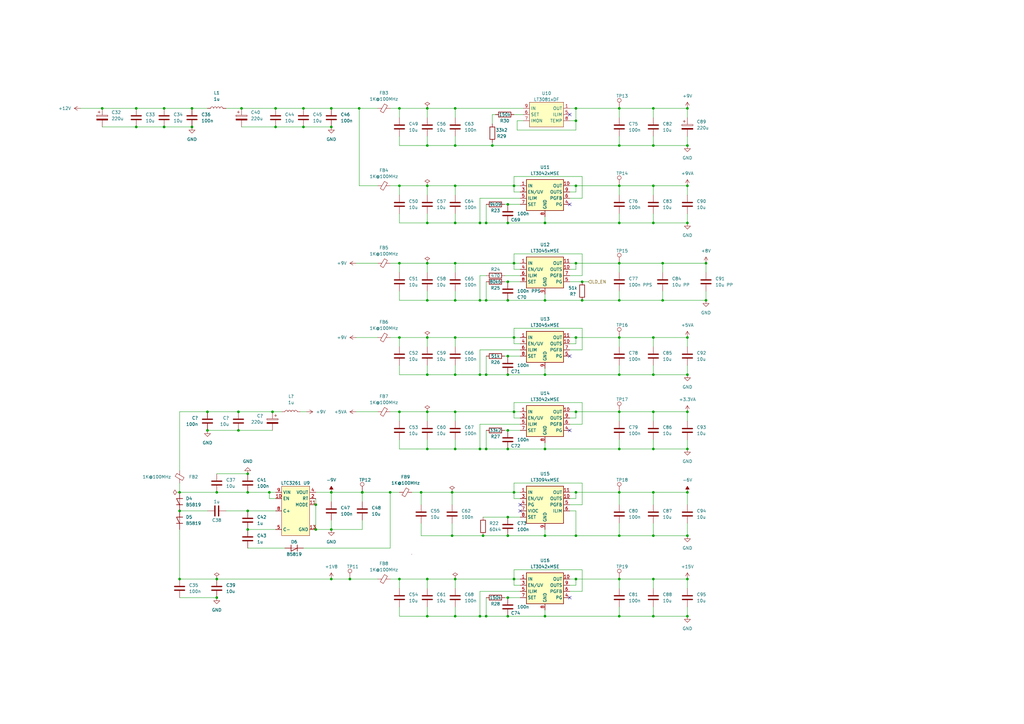
<source format=kicad_sch>
(kicad_sch (version 20211123) (generator eeschema)
  (paper "A3")
  (title_block (title "Kirdy") (date "2022-07-03") (rev "r0.1") (company "M-Labs") (comment 1 "Alex Wong Tat Hang"))
  (junction (at 175.26 237.49))
  (junction (at 223.52 184.15))
  (junction (at 236.22 76.2))
  (junction (at 210.82 201.93))
  (junction (at 78.74 44.45))
  (junction (at 210.82 76.2))
  (junction (at 236.22 168.91))
  (junction (at 185.42 219.71))
  (junction (at 101.6 217.17))
  (junction (at 254 184.15))
  (junction (at 208.28 245.11))
  (junction (at 185.42 201.93))
  (junction (at 208.28 176.53))
  (junction (at 135.89 217.17))
  (junction (at 147.32 44.45))
  (junction (at 210.82 138.43))
  (junction (at 254 91.44))
  (junction (at 143.51 237.49))
  (junction (at 135.89 237.49))
  (junction (at 238.76 115.57))
  (junction (at 148.556 201.93))
  (junction (at 236.22 49.53))
  (junction (at 208.28 252.73))
  (junction (at 196.85 184.15))
  (junction (at 238.76 123.19))
  (junction (at 88.9 237.49))
  (junction (at 199.39 252.73))
  (junction (at 186.69 138.43))
  (junction (at 208.28 184.15))
  (junction (at 78.74 52.07))
  (junction (at 254 44.45))
  (junction (at 267.97 76.2))
  (junction (at 199.39 153.67))
  (junction (at 254 237.49))
  (junction (at 111.76 168.91))
  (junction (at 163.83 76.2))
  (junction (at 289.56 107.95))
  (junction (at 210.82 107.95))
  (junction (at 99.06 44.45))
  (junction (at 67.31 52.07))
  (junction (at 175.26 59.69))
  (junction (at 267.97 201.93))
  (junction (at 113.03 52.07))
  (junction (at 175.26 153.67))
  (junction (at 175.26 91.44))
  (junction (at 41.91 44.45))
  (junction (at 281.94 138.43))
  (junction (at 267.97 138.43))
  (junction (at 175.26 107.95))
  (junction (at 85.09 168.91))
  (junction (at 196.85 91.44))
  (junction (at 199.39 123.19))
  (junction (at 267.97 252.73))
  (junction (at 281.94 237.49))
  (junction (at 186.69 252.73))
  (junction (at 208.28 123.19))
  (junction (at 254 219.71))
  (junction (at 97.79 168.91))
  (junction (at 148.59 201.93))
  (junction (at 223.52 153.67))
  (junction (at 223.52 91.44))
  (junction (at 236.22 44.45))
  (junction (at 101.6 209.55))
  (junction (at 281.94 76.2))
  (junction (at 281.94 201.93))
  (junction (at 281.94 168.91))
  (junction (at 186.69 107.95))
  (junction (at 289.56 123.19))
  (junction (at 281.94 44.45))
  (junction (at 186.69 237.49))
  (junction (at 186.69 184.15))
  (junction (at 163.83 168.91))
  (junction (at 236.22 219.71))
  (junction (at 254 168.91))
  (junction (at 281.94 252.73))
  (junction (at 223.52 123.19))
  (junction (at 186.69 76.2))
  (junction (at 198.12 219.71))
  (junction (at 281.94 184.15))
  (junction (at 267.97 44.45))
  (junction (at 135.89 201.93))
  (junction (at 186.69 91.44))
  (junction (at 267.97 168.91))
  (junction (at 175.26 168.91))
  (junction (at 281.94 219.71))
  (junction (at 160.02 201.93))
  (junction (at 186.69 59.69))
  (junction (at 208.28 83.82))
  (junction (at 135.89 52.07))
  (junction (at 236.22 201.93))
  (junction (at 113.03 44.45))
  (junction (at 254 153.67))
  (junction (at 254 138.43))
  (junction (at 210.82 168.91))
  (junction (at 281.94 91.44))
  (junction (at 254 59.69))
  (junction (at 267.97 184.15))
  (junction (at 271.78 123.19))
  (junction (at 254 76.2))
  (junction (at 101.6 201.93))
  (junction (at 163.83 138.43))
  (junction (at 186.69 123.19))
  (junction (at 175.26 252.73))
  (junction (at 135.89 44.45))
  (junction (at 196.85 123.19))
  (junction (at 208.28 91.44))
  (junction (at 172.72 201.93))
  (junction (at 208.28 153.67))
  (junction (at 73.66 209.55))
  (junction (at 201.93 59.69))
  (junction (at 267.97 237.49))
  (junction (at 208.28 212.09))
  (junction (at 196.85 252.73))
  (junction (at 124.46 52.07))
  (junction (at 175.26 184.15))
  (junction (at 163.83 107.95))
  (junction (at 186.69 153.67))
  (junction (at 88.9 201.93))
  (junction (at 254 201.93))
  (junction (at 85.09 176.53))
  (junction (at 110.49 201.93))
  (junction (at 208.28 115.57))
  (junction (at 236.22 107.95))
  (junction (at 267.97 219.71))
  (junction (at 208.28 146.05))
  (junction (at 223.52 252.73))
  (junction (at 73.66 201.93))
  (junction (at 175.26 123.19))
  (junction (at 281.94 59.69))
  (junction (at 97.79 176.53))
  (junction (at 267.97 59.69))
  (junction (at 55.88 52.07))
  (junction (at 236.22 237.49))
  (junction (at 281.94 153.67))
  (junction (at 223.52 219.71))
  (junction (at 208.28 219.71))
  (junction (at 271.78 107.95))
  (junction (at 175.26 76.2))
  (junction (at 175.26 138.43))
  (junction (at 163.83 44.45))
  (junction (at 199.39 184.15))
  (junction (at 101.6 194.31))
  (junction (at 88.9 245.11))
  (junction (at 267.97 91.44))
  (junction (at 254 123.19))
  (junction (at 175.26 44.45))
  (junction (at 210.82 237.49))
  (junction (at 254 252.73))
  (junction (at 73.66 237.49))
  (junction (at 163.83 237.49))
  (junction (at 186.69 168.91))
  (junction (at 129.54 207.01))
  (junction (at 67.31 44.45))
  (junction (at 267.97 153.67))
  (junction (at 124.46 44.45))
  (junction (at 55.88 44.45))
  (junction (at 186.69 44.45))
  (junction (at 254 107.95))
  (junction (at 129.54 217.17))
  (junction (at 236.22 138.43))
  (junction (at 199.39 91.44))
  (junction (at 196.85 153.67))
  (no_connect (at 233.68 176.53))
  (no_connect (at 233.68 245.11))
  (no_connect (at 233.68 46.99))
  (no_connect (at 213.36 209.55))
  (no_connect (at 213.36 207.01))
  (no_connect (at 233.68 83.82))
  (no_connect (at 233.68 146.05))
  (wire (pts (xy 88.9 201.93) (xy 101.6 201.93)))
  (wire (pts (xy 207.01 176.53) (xy 208.28 176.53)))
  (wire (pts (xy 267.97 214.63) (xy 267.97 219.71)))
  (wire (pts (xy 267.97 153.67) (xy 267.97 149.86)))
  (wire (pts (xy 196.85 81.28) (xy 196.85 91.44)))
  (wire (pts (xy 175.26 241.3) (xy 175.26 237.49)))
  (wire (pts (xy 160.02 237.49) (xy 163.83 237.49)))
  (wire (pts (xy 254 237.49) (xy 254 241.3)))
  (wire (pts (xy 233.68 140.97) (xy 236.22 140.97)))
  (wire (pts (xy 148.59 201.93) (xy 148.59 205.74)))
  (wire (pts (xy 281.94 252.73) (xy 281.94 248.92)))
  (wire (pts (xy 254 107.95) (xy 254 111.76)))
  (wire (pts (xy 135.89 213.36) (xy 135.89 217.17)))
  (wire (pts (xy 163.83 252.73) (xy 163.83 248.92)))
  (wire (pts (xy 208.28 176.53) (xy 213.36 176.53)))
  (wire (pts (xy 124.46 44.45) (xy 135.89 44.45)))
  (wire (pts (xy 135.89 217.17) (xy 129.54 217.17)))
  (wire (pts (xy 201.93 58.42) (xy 201.93 59.69)))
  (wire (pts (xy 196.85 91.44) (xy 199.39 91.44)))
  (wire (pts (xy 271.78 107.95) (xy 271.78 111.76)))
  (wire (pts (xy 267.97 252.73) (xy 281.94 252.73)))
  (wire (pts (xy 160.02 107.95) (xy 163.83 107.95)))
  (wire (pts (xy 186.69 172.72) (xy 186.69 168.91)))
  (wire (pts (xy 196.85 113.03) (xy 199.39 113.03)))
  (wire (pts (xy 236.22 219.71) (xy 223.52 219.71)))
  (wire (pts (xy 175.26 123.19) (xy 186.69 123.19)))
  (wire (pts (xy 175.26 252.73) (xy 175.26 248.92)))
  (wire (pts (xy 186.69 123.19) (xy 196.85 123.19)))
  (wire (pts (xy 185.42 219.71) (xy 198.12 219.71)))
  (wire (pts (xy 201.93 50.8) (xy 201.93 46.99)))
  (wire (pts (xy 267.97 153.67) (xy 281.94 153.67)))
  (wire (pts (xy 85.09 176.53) (xy 97.79 176.53)))
  (wire (pts (xy 207.01 115.57) (xy 208.28 115.57)))
  (wire (pts (xy 175.26 123.19) (xy 175.26 119.38)))
  (wire (pts (xy 210.82 76.2) (xy 213.36 76.2)))
  (wire (pts (xy 85.09 168.91) (xy 97.79 168.91)))
  (wire (pts (xy 163.83 59.69) (xy 175.26 59.69)))
  (wire (pts (xy 210.82 237.49) (xy 213.36 237.49)))
  (wire (pts (xy 254 219.71) (xy 254 214.63)))
  (wire (pts (xy 199.39 184.15) (xy 208.28 184.15)))
  (wire (pts (xy 129.54 201.93) (xy 135.89 201.93)))
  (wire (pts (xy 175.26 142.24) (xy 175.26 138.43)))
  (wire (pts (xy 199.39 252.73) (xy 208.28 252.73)))
  (wire (pts (xy 186.69 80.01) (xy 186.69 76.2)))
  (wire (pts (xy 199.39 245.11) (xy 199.39 252.73)))
  (wire (pts (xy 172.72 214.63) (xy 172.72 219.71)))
  (wire (pts (xy 92.71 209.55) (xy 101.6 209.55)))
  (wire (pts (xy 208.28 184.15) (xy 223.52 184.15)))
  (wire (pts (xy 175.26 184.15) (xy 186.69 184.15)))
  (wire (pts (xy 208.28 91.44) (xy 223.52 91.44)))
  (wire (pts (xy 213.36 204.47) (xy 210.82 204.47)))
  (wire (pts (xy 135.89 44.45) (xy 147.32 44.45)))
  (wire (pts (xy 254 219.71) (xy 267.97 219.71)))
  (wire (pts (xy 208.28 115.57) (xy 213.36 115.57)))
  (wire (pts (xy 163.83 252.73) (xy 175.26 252.73)))
  (wire (pts (xy 185.42 201.93) (xy 210.82 201.93)))
  (wire (pts (xy 186.69 168.91) (xy 210.82 168.91)))
  (wire (pts (xy 199.39 115.57) (xy 199.39 123.19)))
  (wire (pts (xy 175.26 76.2) (xy 186.69 76.2)))
  (wire (pts (xy 186.69 91.44) (xy 186.69 87.63)))
  (wire (pts (xy 199.39 146.05) (xy 199.39 153.67)))
  (wire (pts (xy 254 153.67) (xy 254 149.86)))
  (wire (pts (xy 238.76 134.62) (xy 210.82 134.62)))
  (wire (pts (xy 199.39 153.67) (xy 208.28 153.67)))
  (wire (pts (xy 172.72 219.71) (xy 185.42 219.71)))
  (wire (pts (xy 223.52 91.44) (xy 254 91.44)))
  (wire (pts (xy 236.22 240.03) (xy 236.22 237.49)))
  (wire (pts (xy 101.6 224.79) (xy 116.84 224.79)))
  (wire (pts (xy 198.12 219.71) (xy 208.28 219.71)))
  (wire (pts (xy 254 184.15) (xy 254 180.34)))
  (wire (pts (xy 210.82 140.97) (xy 210.82 138.43)))
  (wire (pts (xy 55.88 52.07) (xy 67.31 52.07)))
  (wire (pts (xy 196.85 81.28) (xy 213.36 81.28)))
  (wire (pts (xy 148.556 201.93) (xy 148.59 201.93)))
  (wire (pts (xy 267.97 59.69) (xy 254 59.69)))
  (wire (pts (xy 212.09 49.53) (xy 214.63 49.53)))
  (wire (pts (xy 213.36 110.49) (xy 210.82 110.49)))
  (wire (pts (xy 254 107.95) (xy 271.78 107.95)))
  (wire (pts (xy 267.97 91.44) (xy 267.97 87.63)))
  (wire (pts (xy 223.52 250.19) (xy 223.52 252.73)))
  (wire (pts (xy 254 123.19) (xy 254 119.38)))
  (wire (pts (xy 254 201.93) (xy 267.97 201.93)))
  (wire (pts (xy 186.69 44.45) (xy 214.63 44.45)))
  (wire (pts (xy 196.85 173.99) (xy 213.36 173.99)))
  (wire (pts (xy 175.26 184.15) (xy 175.26 180.34)))
  (wire (pts (xy 233.68 113.03) (xy 238.76 113.03)))
  (wire (pts (xy 210.82 107.95) (xy 213.36 107.95)))
  (wire (pts (xy 186.69 241.3) (xy 186.69 237.49)))
  (wire (pts (xy 254 237.49) (xy 267.97 237.49)))
  (wire (pts (xy 146.05 168.91) (xy 154.94 168.91)))
  (wire (pts (xy 236.22 237.49) (xy 254 237.49)))
  (wire (pts (xy 210.82 201.93) (xy 213.36 201.93)))
  (wire (pts (xy 236.22 44.45) (xy 236.22 49.53)))
  (wire (pts (xy 207.01 245.11) (xy 208.28 245.11)))
  (wire (pts (xy 210.82 78.74) (xy 210.82 76.2)))
  (wire (pts (xy 196.85 252.73) (xy 199.39 252.73)))
  (wire (pts (xy 186.69 153.67) (xy 196.85 153.67)))
  (wire (pts (xy 236.22 219.71) (xy 254 219.71)))
  (wire (pts (xy 210.82 138.43) (xy 213.36 138.43)))
  (wire (pts (xy 73.66 198.12) (xy 73.66 201.93)))
  (wire (pts (xy 238.76 173.99) (xy 238.76 165.1)))
  (wire (pts (xy 175.26 172.72) (xy 175.26 168.91)))
  (wire (pts (xy 113.03 52.07) (xy 124.46 52.07)))
  (wire (pts (xy 73.66 237.49) (xy 73.66 217.17)))
  (wire (pts (xy 238.76 165.1) (xy 210.82 165.1)))
  (wire (pts (xy 208.28 123.19) (xy 223.52 123.19)))
  (wire (pts (xy 113.03 44.45) (xy 124.46 44.45)))
  (wire (pts (xy 281.94 76.2) (xy 281.94 80.01)))
  (wire (pts (xy 163.83 172.72) (xy 163.83 168.91)))
  (wire (pts (xy 281.94 184.15) (xy 281.94 180.34)))
  (wire (pts (xy 201.93 46.99) (xy 203.2 46.99)))
  (wire (pts (xy 238.76 104.14) (xy 210.82 104.14)))
  (wire (pts (xy 210.82 240.03) (xy 210.82 237.49)))
  (wire (pts (xy 281.94 168.91) (xy 281.94 172.72)))
  (wire (pts (xy 163.83 107.95) (xy 175.26 107.95)))
  (wire (pts (xy 233.68 143.51) (xy 238.76 143.51)))
  (wire (pts (xy 233.68 115.57) (xy 238.76 115.57)))
  (wire (pts (xy 254 48.26) (xy 254 44.45)))
  (wire (pts (xy 196.85 113.03) (xy 196.85 123.19)))
  (wire (pts (xy 236.22 201.93) (xy 254 201.93)))
  (wire (pts (xy 73.66 237.49) (xy 88.9 237.49)))
  (wire (pts (xy 175.26 168.91) (xy 186.69 168.91)))
  (wire (pts (xy 233.68 240.03) (xy 236.22 240.03)))
  (wire (pts (xy 201.93 59.69) (xy 254 59.69)))
  (wire (pts (xy 175.26 44.45) (xy 186.69 44.45)))
  (wire (pts (xy 160.02 44.45) (xy 163.83 44.45)))
  (wire (pts (xy 124.46 52.07) (xy 135.89 52.07)))
  (wire (pts (xy 236.22 138.43) (xy 254 138.43)))
  (wire (pts (xy 110.49 201.93) (xy 113.03 201.93)))
  (wire (pts (xy 233.68 173.99) (xy 238.76 173.99)))
  (wire (pts (xy 210.82 134.62) (xy 210.82 138.43)))
  (wire (pts (xy 267.97 76.2) (xy 267.97 80.01)))
  (wire (pts (xy 267.97 138.43) (xy 281.94 138.43)))
  (wire (pts (xy 254 44.45) (xy 267.97 44.45)))
  (wire (pts (xy 254 91.44) (xy 267.97 91.44)))
  (wire (pts (xy 271.78 123.19) (xy 271.78 119.38)))
  (wire (pts (xy 238.76 113.03) (xy 238.76 104.14)))
  (wire (pts (xy 223.52 151.13) (xy 223.52 153.67)))
  (wire (pts (xy 233.68 138.43) (xy 236.22 138.43)))
  (wire (pts (xy 163.83 59.69) (xy 163.83 55.88)))
  (wire (pts (xy 233.68 81.28) (xy 238.76 81.28)))
  (wire (pts (xy 196.85 153.67) (xy 199.39 153.67)))
  (wire (pts (xy 163.83 123.19) (xy 175.26 123.19)))
  (wire (pts (xy 223.52 181.61) (xy 223.52 184.15)))
  (wire (pts (xy 113.03 204.47) (xy 110.49 204.47)))
  (wire (pts (xy 73.66 245.11) (xy 88.9 245.11)))
  (wire (pts (xy 186.69 59.69) (xy 201.93 59.69)))
  (wire (pts (xy 135.89 237.49) (xy 143.51 237.49)))
  (wire (pts (xy 186.69 153.67) (xy 186.69 149.86)))
  (wire (pts (xy 186.69 123.19) (xy 186.69 119.38)))
  (wire (pts (xy 233.68 76.2) (xy 236.22 76.2)))
  (wire (pts (xy 185.42 214.63) (xy 185.42 219.71)))
  (wire (pts (xy 208.28 252.73) (xy 223.52 252.73)))
  (wire (pts (xy 175.26 252.73) (xy 186.69 252.73)))
  (wire (pts (xy 168.91 201.93) (xy 172.72 201.93)))
  (wire (pts (xy 186.69 48.26) (xy 186.69 44.45)))
  (wire (pts (xy 135.89 201.93) (xy 148.556 201.93)))
  (wire (pts (xy 115.57 168.91) (xy 111.76 168.91)))
  (wire (pts (xy 123.19 168.91) (xy 125.73 168.91)))
  (wire (pts (xy 267.97 44.45) (xy 281.94 44.45)))
  (wire (pts (xy 199.39 176.53) (xy 199.39 184.15)))
  (wire (pts (xy 254 168.91) (xy 254 172.72)))
  (wire (pts (xy 254 201.93) (xy 254 207.01)))
  (wire (pts (xy 185.42 201.93) (xy 185.42 207.01)))
  (wire (pts (xy 135.89 201.93) (xy 135.89 205.74)))
  (wire (pts (xy 213.36 78.74) (xy 210.82 78.74)))
  (wire (pts (xy 267.97 48.26) (xy 267.97 44.45)))
  (wire (pts (xy 163.83 237.49) (xy 175.26 237.49)))
  (wire (pts (xy 196.85 143.51) (xy 213.36 143.51)))
  (wire (pts (xy 186.69 252.73) (xy 186.69 248.92)))
  (wire (pts (xy 175.26 153.67) (xy 175.26 149.86)))
  (wire (pts (xy 233.68 168.91) (xy 236.22 168.91)))
  (wire (pts (xy 212.09 49.53) (xy 212.09 53.34)))
  (wire (pts (xy 186.69 138.43) (xy 210.82 138.43)))
  (wire (pts (xy 238.76 115.57) (xy 241.3 115.57)))
  (wire (pts (xy 236.22 49.53) (xy 233.68 49.53)))
  (wire (pts (xy 254 123.19) (xy 271.78 123.19)))
  (wire (pts (xy 233.68 171.45) (xy 236.22 171.45)))
  (wire (pts (xy 254 91.44) (xy 254 87.63)))
  (wire (pts (xy 238.76 81.28) (xy 238.76 72.39)))
  (wire (pts (xy 213.36 240.03) (xy 210.82 240.03)))
  (wire (pts (xy 236.22 209.55) (xy 236.22 219.71)))
  (wire (pts (xy 163.83 80.01) (xy 163.83 76.2)))
  (wire (pts (xy 223.52 123.19) (xy 238.76 123.19)))
  (wire (pts (xy 254 153.67) (xy 267.97 153.67)))
  (wire (pts (xy 101.6 217.17) (xy 113.03 217.17)))
  (wire (pts (xy 163.83 241.3) (xy 163.83 237.49)))
  (wire (pts (xy 233.68 242.57) (xy 238.76 242.57)))
  (wire (pts (xy 236.22 168.91) (xy 254 168.91)))
  (wire (pts (xy 223.52 219.71) (xy 223.52 217.17)))
  (wire (pts (xy 160.02 224.79) (xy 160.02 201.93)))
  (wire (pts (xy 163.83 48.26) (xy 163.83 44.45)))
  (wire (pts (xy 236.22 53.34) (xy 236.22 49.53)))
  (wire (pts (xy 78.74 44.45) (xy 85.09 44.45)))
  (wire (pts (xy 267.97 201.93) (xy 281.94 201.93)))
  (wire (pts (xy 148.59 217.17) (xy 135.89 217.17)))
  (wire (pts (xy 92.71 44.45) (xy 99.06 44.45)))
  (wire (pts (xy 281.94 44.45) (xy 281.94 48.26)))
  (wire (pts (xy 175.26 48.26) (xy 175.26 44.45)))
  (wire (pts (xy 163.83 153.67) (xy 175.26 153.67)))
  (wire (pts (xy 175.26 153.67) (xy 186.69 153.67)))
  (wire (pts (xy 160.02 201.93) (xy 163.83 201.93)))
  (wire (pts (xy 267.97 237.49) (xy 281.94 237.49)))
  (wire (pts (xy 175.26 111.76) (xy 175.26 107.95)))
  (wire (pts (xy 110.49 204.47) (xy 110.49 201.93)))
  (wire (pts (xy 175.26 59.69) (xy 175.26 55.88)))
  (wire (pts (xy 210.82 168.91) (xy 213.36 168.91)))
  (wire (pts (xy 267.97 201.93) (xy 267.97 207.01)))
  (wire (pts (xy 198.12 212.09) (xy 208.28 212.09)))
  (wire (pts (xy 254 252.73) (xy 254 248.92)))
  (wire (pts (xy 233.68 78.74) (xy 236.22 78.74)))
  (wire (pts (xy 172.72 201.93) (xy 172.72 207.01)))
  (wire (pts (xy 210.82 110.49) (xy 210.82 107.95)))
  (wire (pts (xy 33.02 44.45) (xy 41.91 44.45)))
  (wire (pts (xy 238.76 72.39) (xy 210.82 72.39)))
  (wire (pts (xy 199.39 123.19) (xy 208.28 123.19)))
  (wire (pts (xy 254 252.73) (xy 267.97 252.73)))
  (wire (pts (xy 236.22 107.95) (xy 254 107.95)))
  (wire (pts (xy 236.22 140.97) (xy 236.22 138.43)))
  (wire (pts (xy 129.54 207.01) (xy 129.54 217.17)))
  (wire (pts (xy 267.97 252.73) (xy 267.97 248.92)))
  (wire (pts (xy 233.68 110.49) (xy 236.22 110.49)))
  (wire (pts (xy 41.91 44.45) (xy 55.88 44.45)))
  (wire (pts (xy 186.69 59.69) (xy 186.69 55.88)))
  (wire (pts (xy 163.83 76.2) (xy 175.26 76.2)))
  (wire (pts (xy 154.94 76.2) (xy 147.32 76.2)))
  (wire (pts (xy 254 55.88) (xy 254 59.69)))
  (wire (pts (xy 163.83 153.67) (xy 163.83 149.86)))
  (wire (pts (xy 271.78 123.19) (xy 289.56 123.19)))
  (wire (pts (xy 175.26 107.95) (xy 186.69 107.95)))
  (wire (pts (xy 196.85 242.57) (xy 196.85 252.73)))
  (wire (pts (xy 267.97 91.44) (xy 281.94 91.44)))
  (wire (pts (xy 73.66 209.55) (xy 85.09 209.55)))
  (wire (pts (xy 186.69 237.49) (xy 210.82 237.49)))
  (wire (pts (xy 101.6 201.93) (xy 110.49 201.93)))
  (wire (pts (xy 99.06 44.45) (xy 113.03 44.45)))
  (wire (pts (xy 186.69 184.15) (xy 186.69 180.34)))
  (wire (pts (xy 236.22 110.49) (xy 236.22 107.95)))
  (wire (pts (xy 73.66 168.91) (xy 73.66 193.04)))
  (wire (pts (xy 210.82 46.99) (xy 214.63 46.99)))
  (wire (pts (xy 147.32 44.45) (xy 147.32 76.2)))
  (wire (pts (xy 146.05 107.95) (xy 154.94 107.95)))
  (wire (pts (xy 175.26 91.44) (xy 186.69 91.44)))
  (wire (pts (xy 233.68 107.95) (xy 236.22 107.95)))
  (wire (pts (xy 210.82 72.39) (xy 210.82 76.2)))
  (wire (pts (xy 254 76.2) (xy 267.97 76.2)))
  (wire (pts (xy 233.68 237.49) (xy 236.22 237.49)))
  (wire (pts (xy 196.85 123.19) (xy 199.39 123.19)))
  (wire (pts (xy 238.76 198.12) (xy 210.82 198.12)))
  (wire (pts (xy 233.68 44.45) (xy 236.22 44.45)))
  (wire (pts (xy 146.05 138.43) (xy 154.94 138.43)))
  (wire (pts (xy 196.85 143.51) (xy 196.85 153.67)))
  (wire (pts (xy 281.94 91.44) (xy 281.94 87.63)))
  (wire (pts (xy 41.91 52.07) (xy 55.88 52.07)))
  (wire (pts (xy 196.85 173.99) (xy 196.85 184.15)))
  (wire (pts (xy 281.94 138.43) (xy 281.94 142.24)))
  (wire (pts (xy 281.94 153.67) (xy 281.94 149.86)))
  (wire (pts (xy 233.68 204.47) (xy 236.22 204.47)))
  (wire (pts (xy 143.51 237.49) (xy 154.94 237.49)))
  (wire (pts (xy 199.39 91.44) (xy 208.28 91.44)))
  (wire (pts (xy 238.76 207.01) (xy 238.76 198.12)))
  (wire (pts (xy 163.83 168.91) (xy 175.26 168.91)))
  (wire (pts (xy 236.22 78.74) (xy 236.22 76.2)))
  (wire (pts (xy 207.01 146.05) (xy 208.28 146.05)))
  (wire (pts (xy 196.85 184.15) (xy 199.39 184.15)))
  (wire (pts (xy 212.09 53.34) (xy 236.22 53.34)))
  (wire (pts (xy 196.85 242.57) (xy 213.36 242.57)))
  (wire (pts (xy 208.28 153.67) (xy 223.52 153.67)))
  (wire (pts (xy 210.82 171.45) (xy 210.82 168.91)))
  (wire (pts (xy 186.69 76.2) (xy 210.82 76.2)))
  (wire (pts (xy 210.82 198.12) (xy 210.82 201.93)))
  (wire (pts (xy 147.32 44.45) (xy 154.94 44.45)))
  (wire (pts (xy 213.36 140.97) (xy 210.82 140.97)))
  (wire (pts (xy 238.76 242.57) (xy 238.76 233.68)))
  (wire (pts (xy 88.9 194.31) (xy 101.6 194.31)))
  (wire (pts (xy 289.56 123.19) (xy 289.56 119.38)))
  (wire (pts (xy 267.97 168.91) (xy 267.97 172.72)))
  (wire (pts (xy 267.97 76.2) (xy 281.94 76.2)))
  (wire (pts (xy 186.69 142.24) (xy 186.69 138.43)))
  (wire (pts (xy 281.94 55.88) (xy 281.94 59.69)))
  (wire (pts (xy 67.31 52.07) (xy 78.74 52.07)))
  (wire (pts (xy 210.82 204.47) (xy 210.82 201.93)))
  (wire (pts (xy 238.76 233.68) (xy 210.82 233.68)))
  (wire (pts (xy 254 138.43) (xy 267.97 138.43)))
  (wire (pts (xy 223.52 120.65) (xy 223.52 123.19)))
  (wire (pts (xy 267.97 219.71) (xy 281.94 219.71)))
  (wire (pts (xy 208.28 245.11) (xy 213.36 245.11)))
  (wire (pts (xy 223.52 88.9) (xy 223.52 91.44)))
  (wire (pts (xy 73.66 168.91) (xy 85.09 168.91)))
  (wire (pts (xy 267.97 237.49) (xy 267.97 241.3)))
  (wire (pts (xy 254 184.15) (xy 267.97 184.15)))
  (wire (pts (xy 236.22 171.45) (xy 236.22 168.91)))
  (wire (pts (xy 210.82 233.68) (xy 210.82 237.49)))
  (wire (pts (xy 163.83 111.76) (xy 163.83 107.95)))
  (wire (pts (xy 55.88 44.45) (xy 67.31 44.45)))
  (wire (pts (xy 199.39 83.82) (xy 199.39 91.44)))
  (wire (pts (xy 160.02 168.91) (xy 163.83 168.91)))
  (wire (pts (xy 124.46 224.79) (xy 160.02 224.79)))
  (wire (pts (xy 254 138.43) (xy 254 142.24)))
  (wire (pts (xy 208.28 212.09) (xy 213.36 212.09)))
  (wire (pts (xy 210.82 165.1) (xy 210.82 168.91)))
  (wire (pts (xy 271.78 107.95) (xy 289.56 107.95)))
  (wire (pts (xy 160.02 76.2) (xy 163.83 76.2)))
  (wire (pts (xy 163.83 123.19) (xy 163.83 119.38)))
  (wire (pts (xy 67.31 44.45) (xy 78.74 44.45)))
  (wire (pts (xy 175.26 59.69) (xy 186.69 59.69)))
  (wire (pts (xy 163.83 184.15) (xy 175.26 184.15)))
  (wire (pts (xy 208.28 146.05) (xy 213.36 146.05)))
  (wire (pts (xy 175.26 237.49) (xy 186.69 237.49)))
  (wire (pts (xy 254 168.91) (xy 267.97 168.91)))
  (wire (pts (xy 111.76 168.91) (xy 97.79 168.91)))
  (wire (pts (xy 186.69 111.76) (xy 186.69 107.95)))
  (wire (pts (xy 160.02 201.93) (xy 148.59 201.93)))
  (wire (pts (xy 172.72 201.93) (xy 185.42 201.93)))
  (wire (pts (xy 175.26 91.44) (xy 175.26 87.63)))
  (wire (pts (xy 281.94 201.93) (xy 281.94 207.01)))
  (wire (pts (xy 99.06 52.07) (xy 113.03 52.07)))
  (wire (pts (xy 101.6 209.55) (xy 113.03 209.55)))
  (wire (pts (xy 223.52 153.67) (xy 254 153.67)))
  (wire (pts (xy 238.76 143.51) (xy 238.76 134.62)))
  (wire (pts (xy 73.66 201.93) (xy 88.9 201.93)))
  (wire (pts (xy 175.26 138.43) (xy 186.69 138.43)))
  (wire (pts (xy 186.69 107.95) (xy 210.82 107.95)))
  (wire (pts (xy 267.97 168.91) (xy 281.94 168.91)))
  (wire (pts (xy 233.68 207.01) (xy 238.76 207.01)))
  (wire (pts (xy 163.83 91.44) (xy 175.26 91.44)))
  (wire (pts (xy 236.22 76.2) (xy 254 76.2)))
  (wire (pts (xy 236.22 204.47) (xy 236.22 201.93)))
  (wire (pts (xy 236.22 44.45) (xy 254 44.45)))
  (wire (pts (xy 160.02 138.43) (xy 163.83 138.43)))
  (wire (pts (xy 208.28 219.71) (xy 223.52 219.71)))
  (wire (pts (xy 236.22 209.55) (xy 233.68 209.55)))
  (wire (pts (xy 111.76 176.53) (xy 97.79 176.53)))
  (wire (pts (xy 186.69 184.15) (xy 196.85 184.15)))
  (wire (pts (xy 267.97 184.15) (xy 267.97 180.34)))
  (wire (pts (xy 207.01 83.82) (xy 208.28 83.82)))
  (wire (pts (xy 267.97 138.43) (xy 267.97 142.24)))
  (wire (pts (xy 213.36 171.45) (xy 210.82 171.45)))
  (wire (pts (xy 233.68 201.93) (xy 236.22 201.93)))
  (wire (pts (xy 254 76.2) (xy 254 80.01)))
  (wire (pts (xy 238.76 123.19) (xy 254 123.19)))
  (wire (pts (xy 163.83 44.45) (xy 175.26 44.45)))
  (wire (pts (xy 223.52 184.15) (xy 254 184.15)))
  (wire (pts (xy 163.83 138.43) (xy 175.26 138.43)))
  (wire (pts (xy 208.28 83.82) (xy 213.36 83.82)))
  (wire (pts (xy 186.69 91.44) (xy 196.85 91.44)))
  (wire (pts (xy 163.83 91.44) (xy 163.83 87.63)))
  (wire (pts (xy 289.56 107.95) (xy 289.56 111.76)))
  (wire (pts (xy 281.94 237.49) (xy 281.94 241.3)))
  (wire (pts (xy 148.59 213.36) (xy 148.59 217.17)))
  (wire (pts (xy 267.97 55.88) (xy 267.97 59.69)))
  (wire (pts (xy 129.54 204.47) (xy 129.54 207.01)))
  (wire (pts (xy 267.97 59.69) (xy 281.94 59.69)))
  (wire (pts (xy 223.52 252.73) (xy 254 252.73)))
  (wire (pts (xy 186.69 252.73) (xy 196.85 252.73)))
  (wire (pts (xy 267.97 184.15) (xy 281.94 184.15)))
  (wire (pts (xy 210.82 104.14) (xy 210.82 107.95)))
  (wire (pts (xy 281.94 214.63) (xy 281.94 219.71)))
  (wire (pts (xy 175.26 80.01) (xy 175.26 76.2)))
  (wire (pts (xy 163.83 184.15) (xy 163.83 180.34)))
  (wire (pts (xy 88.9 237.49) (xy 135.89 237.49)))
  (wire (pts (xy 207.01 113.03) (xy 213.36 113.03)))
  (wire (pts (xy 163.83 142.24) (xy 163.83 138.43)))
  (hierarchical_label "LD_EN" (shape input) (at 241.3 115.57 0))
  (symbol (lib_id "Device:R") (at 198.12 215.9 0) (unit 1)
    (property "Reference" "R22" (at 200.66 214.6299 0) (effects (justify left)))
    (property "Value" "60k4" (at 200.66 217.1699 0) (effects (justify left)))
    (property "Footprint" "Resistor_SMD:R_0603_1608Metric" (effects hide))
    (property "MFR_PN" "RT0603FRE0760K4L" (effects hide))
    (property "MFR_PN_ALT" "RC0603FR-0760K4L" (effects hide))
  )
  (symbol (lib_id "Device:C") (at 85.09 172.72 0) (mirror y) (unit 1)
    (property "Reference" "C?" (at 81.28 171.4499 0) (effects (justify left)))
    (property "Value" "100n" (at 81.28 173.9899 0) (effects (justify left)))
    (property "Footprint" "Capacitor_SMD:C_0603_1608Metric" (effects hide))
    (property "MFR_PN" "CL10B104KB8NNWC" (effects hide))
    (property "MFR_PN_ALT" "CL10B104KB8NNNL" (effects hide))
  )
  (symbol (lib_id "Device:C") (at 254 83.82 0) (unit 1)
    (property "Reference" "C76" (at 257.81 82.5499 0) (effects (justify left)))
    (property "Value" "100n" (at 257.81 85.0899 0) (effects (justify left)))
    (property "Footprint" "Capacitor_SMD:C_0603_1608Metric" (effects hide))
    (property "MFR_PN" "CL10B104KB8NNWC" (effects hide))
    (property "MFR_PN_ALT" "CL10B104KB8NNNL" (effects hide))
  )
  (symbol (lib_id "power:+5VA") (at 281.94 138.43 0) (unit 1)
    (property "Reference" "#PWR074" (effects hide))
    (property "Value" "+5VA" (at 281.94 133.35 0))
  )
  (symbol (lib_id "Device:C") (at 101.6 213.36 0) (unit 1)
    (property "Reference" "C42" (at 105.41 212.0899 0) (effects (justify left)))
    (property "Value" "1u" (at 105.41 214.6299 0) (effects (justify left)))
    (property "Footprint" "Capacitor_SMD:C_0603_1608Metric" (effects hide))
    (property "MFR_PN" "CL10B105KA8NNNC" (effects hide))
    (property "MFR_PN_ALT" "CGA3E1X7R1E105K080AC" (effects hide))
  )
  (symbol (lib_id "power:PWR_FLAG") (at 175.26 76.2 0) (unit 1)
    (property "Reference" "#FLG0106" (effects hide))
    (property "Value" "PWR_FLAG" (effects hide))
  )
  (symbol (lib_id "Device:C") (at 148.59 209.55 0) (unit 1)
    (property "Reference" "C48" (at 152.4 208.2799 0) (effects (justify left)))
    (property "Value" "10u" (at 152.4 210.8199 0) (effects (justify left)))
    (property "Footprint" "Capacitor_SMD:C_0805_2012Metric" (effects hide))
    (property "MFR_PN" "CL21B106KOQNNNG" (effects hide))
    (property "MFR_PN_ALT" "CL21B106KOQNNNE" (effects hide))
  )
  (symbol (lib_id "Device:R") (at 203.2 83.82 90) (unit 1)
    (property "Reference" "R23" (at 203.2 86.36 90))
    (property "Value" "9k09" (at 203.2 83.82 90))
    (property "Footprint" "Resistor_SMD:R_0603_1608Metric" (effects hide))
    (property "MFR_PN" "CR0603-FX-9091ELF" (effects hide))
    (property "MFR_PN_ALT" "RK73H1JTTD9091F" (effects hide))
  )
  (symbol (lib_id "Device:R") (at 203.2 245.11 90) (unit 1)
    (property "Reference" "R28" (at 203.2 247.65 90))
    (property "Value" "150k" (at 203.2 245.11 90))
    (property "Footprint" "Resistor_SMD:R_0603_1608Metric" (effects hide))
    (property "MFR_PN" "CRGCQ0603F150K" (effects hide))
    (property "MFR_PN_ALT" "RMCF0603FG150K" (effects hide))
  )
  (symbol (lib_id "Device:C") (at 281.94 210.82 0) (unit 1)
    (property "Reference" "C94" (at 285.75 209.5499 0) (effects (justify left)))
    (property "Value" "10u" (at 285.75 212.0899 0) (effects (justify left)))
    (property "Footprint" "Capacitor_SMD:C_0805_2012Metric" (effects hide))
    (property "MFR_PN" "CL21B106KOQNNNG" (effects hide))
    (property "MFR_PN_ALT" "CL21B106KOQNNNE" (effects hide))
  )
  (symbol (lib_id "Device:C") (at 186.69 83.82 0) (unit 1)
    (property "Reference" "C64" (at 190.5 82.5499 0) (effects (justify left)))
    (property "Value" "100n" (at 190.5 85.0899 0) (effects (justify left)))
    (property "Footprint" "Capacitor_SMD:C_0603_1608Metric" (effects hide))
    (property "MFR_PN" "CL10B104KB8NNWC" (effects hide))
    (property "MFR_PN_ALT" "CL10B104KB8NNNL" (effects hide))
  )
  (symbol (lib_id "Device:C") (at 113.03 48.26 0) (unit 1)
    (property "Reference" "C44" (at 116.84 46.9899 0) (effects (justify left)))
    (property "Value" "10u" (at 116.84 49.5299 0) (effects (justify left)))
    (property "Footprint" "Capacitor_SMD:C_0805_2012Metric" (effects hide))
    (property "MFR_PN" "CL21B106KOQNNNG" (effects hide))
    (property "MFR_PN_ALT" "CL21B106KOQNNNE" (effects hide))
  )
  (symbol (lib_id "power:PWR_FLAG") (at 175.26 107.95 0) (unit 1)
    (property "Reference" "#FLG0108" (effects hide))
    (property "Value" "PWR_FLAG" (effects hide))
  )
  (symbol (lib_id "Device:R") (at 238.76 119.38 180) (unit 1)
    (property "Reference" "R?" (at 234.95 120.65 0))
    (property "Value" "51k" (at 234.95 118.11 0))
    (property "Footprint" "Resistor_SMD:R_0603_1608Metric" (effects hide))
    (property "MFR_PN" "RMCF0603FT51K0" (effects hide))
    (property "MFR_PN_ALT" "CR0603-FX-5102ELF" (effects hide))
  )
  (symbol (lib_id "Device:FerriteBead_Small") (at 73.66 195.58 180) (unit 1)
    (property "Reference" "FB2" (at 77.47 195.58 0) (effects (justify right)))
    (property "Value" "1K@100MHz" (at 58.42 195.58 0) (effects (justify right)))
    (property "Footprint" "Inductor_SMD:L_1210_3225Metric" (effects hide))
    (property "MFR_PN" "FBMH3225HM102NT" (effects hide))
    (property "MFR_PN_ALT" "FBMH3225HM102NTV" (effects hide))
  )
  (symbol (lib_id "Device:C") (at 208.28 180.34 0) (unit 1)
    (property "Reference" "C72" (at 209.55 182.88 0) (effects (justify left)))
    (property "Value" "100n" (at 212.09 180.34 0) (effects (justify left)))
    (property "Footprint" "Capacitor_SMD:C_0603_1608Metric" (effects hide))
    (property "MFR_PN" "CL10B104KB8NNWC" (effects hide))
    (property "MFR_PN_ALT" "CL10B104KB8NNNL" (effects hide))
  )
  (symbol (lib_id "Device:C") (at 186.69 115.57 0) (unit 1)
    (property "Reference" "C65" (at 190.5 114.2999 0) (effects (justify left)))
    (property "Value" "100n" (at 190.5 116.8399 0) (effects (justify left)))
    (property "Footprint" "Capacitor_SMD:C_0603_1608Metric" (effects hide))
    (property "MFR_PN" "CL10B104KB8NNWC" (effects hide))
    (property "MFR_PN_ALT" "CL10B104KB8NNNL" (effects hide))
  )
  (symbol (lib_id "Device:C") (at 175.26 176.53 0) (unit 1)
    (property "Reference" "C60" (at 179.07 175.2599 0) (effects (justify left)))
    (property "Value" "10u" (at 179.07 177.7999 0) (effects (justify left)))
    (property "Footprint" "Capacitor_SMD:C_0805_2012Metric" (effects hide))
    (property "MFR_PN" "CL21B106KOQNNNG" (effects hide))
    (property "MFR_PN_ALT" "CL21B106KOQNNNE" (effects hide))
  )
  (symbol (lib_id "Device:C") (at 254 52.07 0) (unit 1)
    (property "Reference" "C75" (at 257.81 50.7999 0) (effects (justify left)))
    (property "Value" "100n" (at 257.81 53.3399 0) (effects (justify left)))
    (property "Footprint" "Capacitor_SMD:C_0603_1608Metric" (effects hide))
    (property "MFR_PN" "CL10B104KB8NNWC" (effects hide))
    (property "MFR_PN_ALT" "CL10B104KB8NNNL" (effects hide))
  )
  (symbol (lib_id "power:GND") (at 289.56 123.19 0) (unit 1)
    (property "Reference" "#PWR073" (effects hide))
    (property "Value" "GND" (at 289.56 128.27 0))
  )
  (symbol (lib_id "Device:C") (at 267.97 210.82 0) (unit 1)
    (property "Reference" "C87" (at 271.78 209.5499 0) (effects (justify left)))
    (property "Value" "10u" (at 271.78 212.0899 0) (effects (justify left)))
    (property "Footprint" "Capacitor_SMD:C_0805_2012Metric" (effects hide))
    (property "MFR_PN" "CL21B106KOQNNNG" (effects hide))
    (property "MFR_PN_ALT" "CL21B106KOQNNNE" (effects hide))
  )
  (symbol (lib_id "Device:C") (at 175.26 245.11 0) (unit 1)
    (property "Reference" "C61" (at 179.07 243.8399 0) (effects (justify left)))
    (property "Value" "10u" (at 179.07 246.3799 0) (effects (justify left)))
    (property "Footprint" "Capacitor_SMD:C_0805_2012Metric" (effects hide))
    (property "MFR_PN" "CL21B106KOQNNNG" (effects hide))
    (property "MFR_PN_ALT" "CL21B106KOQNNNE" (effects hide))
  )
  (symbol (lib_id "Device:C") (at 186.69 245.11 0) (unit 1)
    (property "Reference" "C68" (at 190.5 243.8399 0) (effects (justify left)))
    (property "Value" "100n" (at 190.5 246.3799 0) (effects (justify left)))
    (property "Footprint" "Capacitor_SMD:C_0603_1608Metric" (effects hide))
    (property "MFR_PN" "CL10B104KB8NNWC" (effects hide))
    (property "MFR_PN_ALT" "CL10B104KB8NNNL" (effects hide))
  )
  (symbol (lib_id "Device:R") (at 203.2 146.05 90) (unit 1)
    (property "Reference" "R26" (at 203.2 148.59 90))
    (property "Value" "51k" (at 203.2 146.05 90))
    (property "Footprint" "Resistor_SMD:R_0603_1608Metric" (effects hide))
    (property "MFR_PN" "RMCF0603FT51K0" (effects hide))
    (property "MFR_PN_ALT" "CR0603-FX-5102ELF" (effects hide))
  )
  (symbol (lib_id "Device:C") (at 175.26 52.07 0) (unit 1)
    (property "Reference" "C56" (at 179.07 50.7999 0) (effects (justify left)))
    (property "Value" "10u" (at 179.07 53.3399 0) (effects (justify left)))
    (property "Footprint" "Capacitor_SMD:C_0805_2012Metric" (effects hide))
    (property "MFR_PN" "CL21B106KOQNNNG" (effects hide))
    (property "MFR_PN_ALT" "CL21B106KOQNNNE" (effects hide))
  )
  (symbol (lib_id "Device:L") (at 88.9 44.45 90) (unit 1)
    (property "Reference" "L1" (at 88.9 38.1 90))
    (property "Value" "1u" (at 88.9 40.64 90))
    (property "Footprint" "Inductor_SMD:L_1008_2520Metric" (effects hide))
    (property "MFR_PN" "DFE252012F-1R0M=P2" (effects hide))
    (property "MFR_PN_ALT" "DFE252012P-1R0M=P2" (effects hide))
  )
  (symbol (lib_id "Device:D_Shockley") (at 73.66 213.36 90) (unit 1)
    (property "Reference" "D5" (at 76.2 212.0899 90) (effects (justify right)))
    (property "Value" "B5819" (at 76.2 214.6299 90) (effects (justify right)))
    (property "Footprint" "Diode_SMD:D_SOD-323" (effects hide))
    (property "MFR_PN" "B5819WS-TP" (effects hide))
  )
  (symbol (lib_id "Device:C_Polarized") (at 281.94 52.07 0) (unit 1)
    (property "Reference" "C89" (at 285.75 49.9109 0) (effects (justify left)))
    (property "Value" "220u" (at 285.75 52.4509 0) (effects (justify left)))
    (property "Footprint" "Capacitor_Tantalum_SMD:CP_EIA-7343-15_Kemet-W" (effects hide))
    (property "MFR_PN" "T491D227K016AT" (effects hide))
    (property "MFR_PN_ALT" "293D227X9016E2TE3" (effects hide))
  )
  (symbol (lib_id "Connector:TestPoint") (at 254 107.95 0) (unit 1)
    (property "Reference" "TP15" (at 252.73 102.87 0) (effects (justify left)))
    (property "Value" "TestPoint" (effects hide))
    (property "Footprint" "TestPoint:TestPoint_Pad_2.0x2.0mm" (effects hide))
  )
  (symbol (lib_id "power:-9V") (at 135.89 201.93 0) (unit 1)
    (property "Reference" "#PWR063" (effects hide))
    (property "Value" "-9V" (at 135.89 196.85 0))
  )
  (symbol (lib_id "Device:FerriteBead_Small") (at 157.48 107.95 90) (unit 1)
    (property "Reference" "FB5" (at 157.4419 101.6 90))
    (property "Value" "1K@100MHz" (at 157.4419 104.14 90))
    (property "Footprint" "Inductor_SMD:L_1210_3225Metric" (effects hide))
    (property "MFR_PN" "FBMH3225HM102NT" (effects hide))
    (property "MFR_PN_ALT" "FBMH3225HM102NTV" (effects hide))
  )
  (symbol (lib_id "Device:C") (at 254 210.82 0) (unit 1)
    (property "Reference" "C80" (at 257.81 209.5499 0) (effects (justify left)))
    (property "Value" "100n" (at 257.81 212.0899 0) (effects (justify left)))
    (property "Footprint" "Capacitor_SMD:C_0603_1608Metric" (effects hide))
    (property "MFR_PN" "CL10B104KB8NNWC" (effects hide))
    (property "MFR_PN_ALT" "CL10B104KB8NNNL" (effects hide))
  )
  (symbol (lib_id "power:PWR_FLAG") (at 175.26 138.43 0) (unit 1)
    (property "Reference" "#FLG0109" (effects hide))
    (property "Value" "PWR_FLAG" (effects hide))
  )
  (symbol (lib_id "power:GND") (at 281.94 91.44 0) (unit 1)
    (property "Reference" "#PWR071" (effects hide))
    (property "Value" "GND" (at 281.94 96.52 0))
  )
  (symbol (lib_id "power:+9V") (at 281.94 44.45 0) (unit 1)
    (property "Reference" "#PWR068" (effects hide))
    (property "Value" "+9V" (at 281.94 39.37 0))
  )
  (symbol (lib_id "power:PWR_FLAG") (at 185.42 201.93 0) (unit 1)
    (property "Reference" "#FLG0102" (effects hide))
    (property "Value" "PWR_FLAG" (effects hide))
  )
  (symbol (lib_id "Device:FerriteBead_Small") (at 166.37 201.93 90) (unit 1)
    (property "Reference" "FB9" (at 166.3319 195.58 90))
    (property "Value" "1K@100MHz" (at 166.3319 198.12 90))
    (property "Footprint" "Inductor_SMD:L_1210_3225Metric" (effects hide))
    (property "MFR_PN" "FBMH3225HM102NT" (effects hide))
    (property "MFR_PN_ALT" "FBMH3225HM102NTV" (effects hide))
  )
  (symbol (lib_id "Connector:TestPoint") (at 254 168.91 0) (unit 1)
    (property "Reference" "TP17" (at 252.73 163.83 0) (effects (justify left)))
    (property "Value" "TestPoint" (effects hide))
    (property "Footprint" "TestPoint:TestPoint_Pad_2.0x2.0mm" (effects hide))
  )
  (symbol (lib_id "Device:C") (at 208.28 119.38 0) (unit 1)
    (property "Reference" "C70" (at 212.09 121.92 0) (effects (justify left)))
    (property "Value" "100n PPS" (at 212.09 119.38 0) (effects (justify left)))
    (property "Footprint" "Capacitor_SMD:C_1210_3225Metric" (effects hide))
    (property "MFR_PN" "ECH-U1C104JX5" (effects hide))
  )
  (symbol (lib_id "Device:C") (at 281.94 245.11 0) (unit 1)
    (property "Reference" "C95" (at 285.75 243.8399 0) (effects (justify left)))
    (property "Value" "10u" (at 285.75 246.3799 0) (effects (justify left)))
    (property "Footprint" "Capacitor_SMD:C_0805_2012Metric" (effects hide))
    (property "MFR_PN" "CL21B106KOQNNNG" (effects hide))
    (property "MFR_PN_ALT" "CL21B106KOQNNNE" (effects hide))
  )
  (symbol (lib_id "Device:C") (at 135.89 48.26 0) (unit 1)
    (property "Reference" "C46" (at 139.7 46.9899 0) (effects (justify left)))
    (property "Value" "100n" (at 139.7 49.5299 0) (effects (justify left)))
    (property "Footprint" "Capacitor_SMD:C_0603_1608Metric" (effects hide))
    (property "MFR_PN" "CL10B104KB8NNWC" (effects hide))
    (property "MFR_PN_ALT" "CL10B104KB8NNNL" (effects hide))
  )
  (symbol (lib_id "Connector:TestPoint") (at 254 138.43 0) (unit 1)
    (property "Reference" "TP16" (at 252.73 133.35 0) (effects (justify left)))
    (property "Value" "TestPoint" (effects hide))
    (property "Footprint" "TestPoint:TestPoint_Pad_2.0x2.0mm" (effects hide))
  )
  (symbol (lib_id "Device:C") (at 254 115.57 0) (unit 1)
    (property "Reference" "C77" (at 257.81 114.2999 0) (effects (justify left)))
    (property "Value" "100n PPS" (at 257.81 116.8399 0) (effects (justify left)))
    (property "Footprint" "Capacitor_SMD:C_1210_3225Metric" (effects hide))
    (property "MFR_PN" "ECH-U1C104JX5" (effects hide))
  )
  (symbol (lib_id "Device:C") (at 88.9 198.12 0) (unit 1)
    (property "Reference" "C37" (at 92.71 196.8499 0) (effects (justify left)))
    (property "Value" "10u" (at 92.71 199.3899 0) (effects (justify left)))
    (property "Footprint" "Capacitor_SMD:C_0805_2012Metric" (effects hide))
    (property "MFR_PN" "CL21B106KOQNNNG" (effects hide))
    (property "MFR_PN_ALT" "CL21B106KOQNNNE" (effects hide))
  )
  (symbol (lib_id "Regulator_Linear:LT3042xMSE") (at 223.52 78.74 0) (unit 1)
    (property "Reference" "U11" (at 223.52 68.58 0))
    (property "Value" "LT3042xMSE" (at 223.52 71.12 0))
    (property "Footprint" "Package_SO:MSOP-10-1EP_3x3mm_P0.5mm_EP1.68x1.88mm" (effects hide))
    (property "Datasheet" "https://www.analog.com/media/en/technical-documentation/data-sheets/3042fb.pdf" (effects hide))
    (property "MFR_PN" "LT3042IMSE#PBF" (effects hide))
    (property "MFR_PN_ALT" "LT3042IMSE#TRPBF" (effects hide))
  )
  (symbol (lib_id "Device:C") (at 88.9 209.55 90) (unit 1)
    (property "Reference" "C38" (at 88.9 213.36 90))
    (property "Value" "1u" (at 88.9 205.74 90))
    (property "Footprint" "Capacitor_SMD:C_0603_1608Metric" (effects hide))
    (property "MFR_PN" "CL10B105KA8NNNC" (effects hide))
    (property "MFR_PN_ALT" "CGA3E1X7R1E105K080AC" (effects hide))
  )
  (symbol (lib_id "Device:C") (at 267.97 52.07 0) (unit 1)
    (property "Reference" "C82" (at 271.78 50.7999 0) (effects (justify left)))
    (property "Value" "10u" (at 271.78 53.3399 0) (effects (justify left)))
    (property "Footprint" "Capacitor_SMD:C_0805_2012Metric" (effects hide))
    (property "MFR_PN" "CL21B106KOQNNNG" (effects hide))
    (property "MFR_PN_ALT" "CL21B106KOQNNNE" (effects hide))
  )
  (symbol (lib_id "Device:C") (at 101.6 220.98 0) (unit 1)
    (property "Reference" "C43" (at 105.41 219.7099 0) (effects (justify left)))
    (property "Value" "1u" (at 105.41 222.2499 0) (effects (justify left)))
    (property "Footprint" "Capacitor_SMD:C_0603_1608Metric" (effects hide))
    (property "MFR_PN" "CL10B105KA8NNNC" (effects hide))
    (property "MFR_PN_ALT" "CGA3E1X7R1E105K080AC" (effects hide))
  )
  (symbol (lib_id "Device:C_Polarized") (at 111.76 172.72 0) (mirror y) (unit 1)
    (property "Reference" "C?" (at 107.95 170.5609 0) (effects (justify left)))
    (property "Value" "220u" (at 107.95 173.1009 0) (effects (justify left)))
    (property "Footprint" "Capacitor_Tantalum_SMD:CP_EIA-7343-15_Kemet-W" (effects hide))
    (property "MFR_PN" "T491D227K016AT" (effects hide))
    (property "MFR_PN_ALT" "293D227X9016E2TE3" (effects hide))
  )
  (symbol (lib_id "Device:C") (at 254 245.11 0) (unit 1)
    (property "Reference" "C81" (at 257.81 243.8399 0) (effects (justify left)))
    (property "Value" "100n" (at 257.81 246.3799 0) (effects (justify left)))
    (property "Footprint" "Capacitor_SMD:C_0603_1608Metric" (effects hide))
    (property "MFR_PN" "CL10B104KB8NNWC" (effects hide))
    (property "MFR_PN_ALT" "CL10B104KB8NNNL" (effects hide))
  )
  (symbol (lib_id "Device:C") (at 88.9 241.3 0) (unit 1)
    (property "Reference" "C39" (at 92.71 240.0299 0) (effects (justify left)))
    (property "Value" "10u" (at 92.71 242.5699 0) (effects (justify left)))
    (property "Footprint" "Capacitor_SMD:C_0805_2012Metric" (effects hide))
    (property "MFR_PN" "CL21B106KOQNNNG" (effects hide))
    (property "MFR_PN_ALT" "CL21B106KOQNNNE" (effects hide))
  )
  (symbol (lib_id "Device:C") (at 67.31 48.26 0) (unit 1)
    (property "Reference" "C34" (at 71.12 46.9899 0) (effects (justify left)))
    (property "Value" "10u" (at 71.12 49.5299 0) (effects (justify left)))
    (property "Footprint" "Capacitor_SMD:C_0805_2012Metric" (effects hide))
    (property "MFR_PN" "CL21B106KOQNNNG" (effects hide))
    (property "MFR_PN_ALT" "CL21B106KOQNNNE" (effects hide))
  )
  (symbol (lib_id "Device:C") (at 208.28 149.86 0) (unit 1)
    (property "Reference" "C71" (at 209.55 152.4 0) (effects (justify left)))
    (property "Value" "100n" (at 212.09 149.86 0) (effects (justify left)))
    (property "Footprint" "Capacitor_SMD:C_0603_1608Metric" (effects hide))
    (property "MFR_PN" "CL10B104KB8NNWC" (effects hide))
    (property "MFR_PN_ALT" "CL10B104KB8NNNL" (effects hide))
  )
  (symbol (lib_id "Device:C") (at 281.94 176.53 0) (unit 1)
    (property "Reference" "C93" (at 285.75 175.2599 0) (effects (justify left)))
    (property "Value" "10u" (at 285.75 177.7999 0) (effects (justify left)))
    (property "Footprint" "Capacitor_SMD:C_0805_2012Metric" (effects hide))
    (property "MFR_PN" "CL21B106KOQNNNG" (effects hide))
    (property "MFR_PN_ALT" "CL21B106KOQNNNE" (effects hide))
  )
  (symbol (lib_id "Device:C") (at 172.72 210.82 0) (unit 1)
    (property "Reference" "C55" (at 176.53 209.5499 0) (effects (justify left)))
    (property "Value" "10u" (at 176.53 212.0899 0) (effects (justify left)))
    (property "Footprint" "Capacitor_SMD:C_0805_2012Metric" (effects hide))
    (property "MFR_PN" "CL21B106KOQNNNG" (effects hide))
    (property "MFR_PN_ALT" "CL21B106KOQNNNE" (effects hide))
  )
  (symbol (lib_id "Device:FerriteBead_Small") (at 157.48 168.91 90) (unit 1)
    (property "Reference" "FB7" (at 157.4419 162.56 90))
    (property "Value" "1K@100MHz" (at 157.4419 165.1 90))
    (property "Footprint" "Inductor_SMD:L_1210_3225Metric" (effects hide))
    (property "MFR_PN" "FBMH3225HM102NT" (effects hide))
    (property "MFR_PN_ALT" "FBMH3225HM102NTV" (effects hide))
  )
  (symbol (lib_id "Device:C_Polarized") (at 99.06 48.26 0) (unit 1)
    (property "Reference" "C40" (at 102.87 46.1009 0) (effects (justify left)))
    (property "Value" "220u" (at 102.87 48.6409 0) (effects (justify left)))
    (property "Footprint" "Capacitor_Tantalum_SMD:CP_EIA-7343-15_Kemet-W" (effects hide))
    (property "MFR_PN" "T491D227K016AT" (effects hide))
    (property "MFR_PN_ALT" "293D227X9016E2TE3" (effects hide))
  )
  (symbol (lib_id "Device:C") (at 267.97 176.53 0) (unit 1)
    (property "Reference" "C86" (at 271.78 175.2599 0) (effects (justify left)))
    (property "Value" "10u" (at 271.78 177.7999 0) (effects (justify left)))
    (property "Footprint" "Capacitor_SMD:C_0805_2012Metric" (effects hide))
    (property "MFR_PN" "CL21B106KOQNNNG" (effects hide))
    (property "MFR_PN_ALT" "CL21B106KOQNNNE" (effects hide))
  )
  (symbol (lib_id "Device:C") (at 97.79 172.72 0) (mirror y) (unit 1)
    (property "Reference" "C?" (at 93.98 171.4499 0) (effects (justify left)))
    (property "Value" "10u" (at 93.98 173.9899 0) (effects (justify left)))
    (property "Footprint" "Capacitor_SMD:C_0805_2012Metric" (effects hide))
    (property "MFR_PN" "CL21B106KOQNNNG" (effects hide))
    (property "MFR_PN_ALT" "CL21B106KOQNNNE" (effects hide))
  )
  (symbol (lib_id "Device:C") (at 281.94 83.82 0) (unit 1)
    (property "Reference" "C90" (at 285.75 82.5499 0) (effects (justify left)))
    (property "Value" "10u" (at 285.75 85.0899 0) (effects (justify left)))
    (property "Footprint" "Capacitor_SMD:C_0805_2012Metric" (effects hide))
    (property "MFR_PN" "CL21B106KOQNNNG" (effects hide))
    (property "MFR_PN_ALT" "CL21B106KOQNNNE" (effects hide))
  )
  (symbol (lib_id "Device:FerriteBead_Small") (at 157.48 138.43 90) (unit 1)
    (property "Reference" "FB6" (at 157.4419 132.08 90))
    (property "Value" "1K@100MHz" (at 157.4419 134.62 90))
    (property "Footprint" "Inductor_SMD:L_1210_3225Metric" (effects hide))
    (property "MFR_PN" "FBMH3225HM102NT" (effects hide))
    (property "MFR_PN_ALT" "FBMH3225HM102NTV" (effects hide))
  )
  (symbol (lib_id "kirdy:+18V") (at 135.89 237.49 0) (unit 1)
    (property "Reference" "#PWR064" (effects hide))
    (property "Value" "+18V" (at 135.89 232.41 0))
  )
  (symbol (lib_id "power:+9VA") (at 281.94 76.2 0) (unit 1)
    (property "Reference" "#PWR070" (effects hide))
    (property "Value" "+9VA" (at 281.94 71.12 0))
  )
  (symbol (lib_id "Device:C") (at 163.83 176.53 0) (unit 1)
    (property "Reference" "C53" (at 167.64 175.2599 0) (effects (justify left)))
    (property "Value" "10u" (at 167.64 177.7999 0) (effects (justify left)))
    (property "Footprint" "Capacitor_SMD:C_0805_2012Metric" (effects hide))
    (property "MFR_PN" "CL21B106KOQNNNG" (effects hide))
    (property "MFR_PN_ALT" "CL21B106KOQNNNE" (effects hide))
  )
  (symbol (lib_id "Device:L") (at 119.38 168.91 270) (mirror x) (unit 1)
    (property "Reference" "L?" (at 119.38 162.56 90))
    (property "Value" "1u" (at 119.38 165.1 90))
    (property "Footprint" "Inductor_SMD:L_1008_2520Metric" (effects hide))
    (property "MFR_PN" "DFE252012F-1R0M=P2" (effects hide))
    (property "MFR_PN_ALT" "DFE252012P-1R0M=P2" (effects hide))
  )
  (symbol (lib_id "Device:C") (at 254 176.53 0) (unit 1)
    (property "Reference" "C79" (at 257.81 175.2599 0) (effects (justify left)))
    (property "Value" "100n" (at 257.81 177.7999 0) (effects (justify left)))
    (property "Footprint" "Capacitor_SMD:C_0603_1608Metric" (effects hide))
    (property "MFR_PN" "CL10B104KB8NNWC" (effects hide))
    (property "MFR_PN_ALT" "CL10B104KB8NNNL" (effects hide))
  )
  (symbol (lib_id "power:GND") (at 281.94 219.71 0) (unit 1)
    (property "Reference" "#PWR079" (effects hide))
    (property "Value" "GND" (at 281.94 224.79 0))
  )
  (symbol (lib_id "Device:C") (at 208.28 87.63 0) (unit 1)
    (property "Reference" "C69" (at 209.55 90.17 0) (effects (justify left)))
    (property "Value" "100n" (at 212.09 87.63 0) (effects (justify left)))
    (property "Footprint" "Capacitor_SMD:C_0603_1608Metric" (effects hide))
    (property "MFR_PN" "CL10B104KB8NNWC" (effects hide))
    (property "MFR_PN_ALT" "CL10B104KB8NNNL" (effects hide))
  )
  (symbol (lib_id "Device:C") (at 267.97 83.82 0) (unit 1)
    (property "Reference" "C83" (at 271.78 82.5499 0) (effects (justify left)))
    (property "Value" "10u" (at 271.78 85.0899 0) (effects (justify left)))
    (property "Footprint" "Capacitor_SMD:C_0805_2012Metric" (effects hide))
    (property "MFR_PN" "CL21B106KOQNNNG" (effects hide))
    (property "MFR_PN_ALT" "CL21B106KOQNNNE" (effects hide))
  )
  (symbol (lib_id "Device:R") (at 207.01 46.99 90) (unit 1)
    (property "Reference" "R30" (at 207.01 49.53 90))
    (property "Value" "150k" (at 207.01 46.99 90))
    (property "Footprint" "Resistor_SMD:R_0603_1608Metric" (effects hide))
    (property "MFR_PN" "CRGCQ0603F150K" (effects hide))
    (property "MFR_PN_ALT" "RMCF0603FG150K" (effects hide))
  )
  (symbol (lib_id "power:PWR_FLAG") (at 186.69 237.49 0) (unit 1)
    (property "Reference" "#FLG0101" (effects hide))
    (property "Value" "PWR_FLAG" (effects hide))
  )
  (symbol (lib_id "Device:R") (at 203.2 113.03 90) (unit 1)
    (property "Reference" "R24" (at 203.2 110.49 90))
    (property "Value" "470" (at 203.2 113.03 90))
    (property "Footprint" "Resistor_SMD:R_0603_1608Metric" (effects hide))
    (property "MFR_PN" "WR06X4700FTL" (effects hide))
    (property "MFR_PN_ALT" "RC0603FR-07470RL" (effects hide))
  )
  (symbol (lib_id "power:GND") (at 281.94 252.73 0) (unit 1)
    (property "Reference" "#PWR081" (effects hide))
    (property "Value" "GND" (at 281.94 257.81 0))
  )
  (symbol (lib_id "Device:C") (at 163.83 146.05 0) (unit 1)
    (property "Reference" "C52" (at 167.64 144.7799 0) (effects (justify left)))
    (property "Value" "10u" (at 167.64 147.3199 0) (effects (justify left)))
    (property "Footprint" "Capacitor_SMD:C_0805_2012Metric" (effects hide))
    (property "MFR_PN" "CL21B106KOQNNNG" (effects hide))
    (property "MFR_PN_ALT" "CL21B106KOQNNNE" (effects hide))
  )
  (symbol (lib_id "power:PWR_FLAG") (at 88.9 237.49 0) (unit 1)
    (property "Reference" "#FLG0104" (effects hide))
    (property "Value" "PWR_FLAG" (effects hide))
  )
  (symbol (lib_id "Device:C") (at 175.26 146.05 0) (unit 1)
    (property "Reference" "C59" (at 179.07 144.7799 0) (effects (justify left)))
    (property "Value" "10u" (at 179.07 147.3199 0) (effects (justify left)))
    (property "Footprint" "Capacitor_SMD:C_0805_2012Metric" (effects hide))
    (property "MFR_PN" "CL21B106KOQNNNG" (effects hide))
    (property "MFR_PN_ALT" "CL21B106KOQNNNE" (effects hide))
  )
  (symbol (lib_id "power:GND") (at 281.94 184.15 0) (unit 1)
    (property "Reference" "#PWR077" (effects hide))
    (property "Value" "GND" (at 281.94 189.23 0))
  )
  (symbol (lib_id "Device:C") (at 186.69 146.05 0) (unit 1)
    (property "Reference" "C66" (at 190.5 144.7799 0) (effects (justify left)))
    (property "Value" "100n" (at 190.5 147.3199 0) (effects (justify left)))
    (property "Footprint" "Capacitor_SMD:C_0603_1608Metric" (effects hide))
    (property "MFR_PN" "CL10B104KB8NNWC" (effects hide))
    (property "MFR_PN_ALT" "CL10B104KB8NNNL" (effects hide))
  )
  (symbol (lib_id "Device:C") (at 271.78 115.57 0) (unit 1)
    (property "Reference" "C84" (at 275.59 114.2999 0) (effects (justify left)))
    (property "Value" "10u PP" (at 275.59 116.8399 0) (effects (justify left)))
    (property "Footprint" "Capacitor_SMD:C_1812_4532Metric" (effects hide))
    (property "MFR_PN" "16MU106MC44532" (effects hide))
  )
  (symbol (lib_id "Device:C") (at 186.69 176.53 0) (unit 1)
    (property "Reference" "C67" (at 190.5 175.2599 0) (effects (justify left)))
    (property "Value" "100n" (at 190.5 177.7999 0) (effects (justify left)))
    (property "Footprint" "Capacitor_SMD:C_0603_1608Metric" (effects hide))
    (property "MFR_PN" "CL10B104KB8NNWC" (effects hide))
    (property "MFR_PN_ALT" "CL10B104KB8NNNL" (effects hide))
  )
  (symbol (lib_id "power:+9V") (at 125.73 168.91 270) (unit 1)
    (property "Reference" "#PWR058" (effects hide))
    (property "Value" "+9V" (at 129.54 168.9099 90) (effects (justify left)))
  )
  (symbol (lib_id "Device:FerriteBead_Small") (at 157.48 237.49 90) (unit 1)
    (property "Reference" "FB8" (at 157.4419 231.14 90))
    (property "Value" "1K@100MHz" (at 157.4419 233.68 90))
    (property "Footprint" "Inductor_SMD:L_1210_3225Metric" (effects hide))
    (property "MFR_PN" "FBMH3225HM102NT" (effects hide))
    (property "MFR_PN_ALT" "FBMH3225HM102NTV" (effects hide))
  )
  (symbol (lib_id "power:+5VA") (at 146.05 168.91 90) (unit 1)
    (property "Reference" "#PWR067" (effects hide))
    (property "Value" "+5VA" (at 142.24 168.9099 90) (effects (justify left)))
  )
  (symbol (lib_id "power:PWR_FLAG") (at 175.26 168.91 0) (unit 1)
    (property "Reference" "#FLG0103" (effects hide))
    (property "Value" "PWR_FLAG" (effects hide))
  )
  (symbol (lib_id "Connector:TestPoint") (at 254 201.93 0) (unit 1)
    (property "Reference" "TP18" (at 252.73 196.85 0) (effects (justify left)))
    (property "Value" "TestPoint" (effects hide))
    (property "Footprint" "TestPoint:TestPoint_Pad_2.0x2.0mm" (effects hide))
  )
  (symbol (lib_id "Connector:TestPoint") (at 254 237.49 0) (unit 1)
    (property "Reference" "TP19" (at 252.73 232.41 0) (effects (justify left)))
    (property "Value" "TestPoint" (effects hide))
    (property "Footprint" "TestPoint:TestPoint_Pad_2.0x2.0mm" (effects hide))
  )
  (symbol (lib_id "power:PWR_FLAG") (at 73.66 201.93 90) (unit 1)
    (property "Reference" "#FLG0105" (effects hide))
    (property "Value" "PWR_FLAG" (effects hide))
  )
  (symbol (lib_id "kirdy:LTC3261") (at 120.65 208.28 0) (unit 1)
    (property "Reference" "U9" (at 125.73 198.12 0))
    (property "Value" "LTC3261" (at 119.38 198.12 0))
    (property "Footprint" "Package_SO:MSOP-12-1EP_3x4mm_P0.65mm_EP1.65x2.85mm" (effects hide))
    (property "Datasheet" "https://www.analog.com/media/en/technical-documentation/data-sheets/3261fb.pdf" (effects hide))
    (property "MFR_PN" "LTC3261IMSE#TRPBF" (effects hide))
    (property "MFR_PN_ALT" "LTC3261EMSE#TRPBF" (effects hide))
  )
  (symbol (lib_id "Device:R") (at 203.2 115.57 90) (unit 1)
    (property "Reference" "R25" (at 203.2 118.11 90))
    (property "Value" "80k6" (at 203.2 115.57 90))
    (property "Footprint" "Resistor_SMD:R_0603_1608Metric" (effects hide))
    (property "MFR_PN" "RC0603FR-0780K6L" (effects hide))
    (property "MFR_PN_ALT" "RK73H1JTTD8062F" (effects hide))
  )
  (symbol (lib_id "power:PWR_FLAG") (at 175.26 44.45 0) (unit 1)
    (property "Reference" "#FLG0107" (effects hide))
    (property "Value" "PWR_FLAG" (effects hide))
  )
  (symbol (lib_id "Device:C") (at 124.46 48.26 0) (unit 1)
    (property "Reference" "C45" (at 128.27 46.9899 0) (effects (justify left)))
    (property "Value" "10u" (at 128.27 49.5299 0) (effects (justify left)))
    (property "Footprint" "Capacitor_SMD:C_0805_2012Metric" (effects hide))
    (property "MFR_PN" "CL21B106KOQNNNG" (effects hide))
    (property "MFR_PN_ALT" "CL21B106KOQNNNE" (effects hide))
  )
  (symbol (lib_id "Device:C") (at 208.28 248.92 0) (unit 1)
    (property "Reference" "C74" (at 209.55 251.46 0) (effects (justify left)))
    (property "Value" "100n" (at 212.09 248.92 0) (effects (justify left)))
    (property "Footprint" "Capacitor_SMD:C_0603_1608Metric" (effects hide))
    (property "MFR_PN" "CL10B104KB8NNWC" (effects hide))
    (property "MFR_PN_ALT" "CL10B104KB8NNNL" (effects hide))
  )
  (symbol (lib_id "Device:FerriteBead_Small") (at 157.48 44.45 90) (unit 1)
    (property "Reference" "FB3" (at 157.4419 38.1 90))
    (property "Value" "1K@100MHz" (at 157.4419 40.64 90))
    (property "Footprint" "Inductor_SMD:L_1210_3225Metric" (effects hide))
    (property "MFR_PN" "FBMH3225HM102NT" (effects hide))
    (property "MFR_PN_ALT" "FBMH3225HM102NTV" (effects hide))
  )
  (symbol (lib_id "Device:C") (at 163.83 52.07 0) (unit 1)
    (property "Reference" "C49" (at 167.64 50.7999 0) (effects (justify left)))
    (property "Value" "10u" (at 167.64 53.3399 0) (effects (justify left)))
    (property "Footprint" "Capacitor_SMD:C_0805_2012Metric" (effects hide))
    (property "MFR_PN" "CL21B106KOQNNNG" (effects hide))
    (property "MFR_PN_ALT" "CL21B106KOQNNNE" (effects hide))
  )
  (symbol (lib_id "power:+15V") (at 281.94 237.49 0) (unit 1)
    (property "Reference" "#PWR080" (effects hide))
    (property "Value" "+15V" (at 281.94 232.41 0))
  )
  (symbol (lib_id "power:GND") (at 281.94 59.69 0) (unit 1)
    (property "Reference" "#PWR069" (effects hide))
    (property "Value" "GND" (at 281.94 64.77 0))
  )
  (symbol (lib_id "Device:C") (at 185.42 210.82 0) (unit 1)
    (property "Reference" "C62" (at 189.23 209.5499 0) (effects (justify left)))
    (property "Value" "100n" (at 189.23 212.0899 0) (effects (justify left)))
    (property "Footprint" "Capacitor_SMD:C_0603_1608Metric" (effects hide))
    (property "MFR_PN" "CL10B104KB8NNWC" (effects hide))
    (property "MFR_PN_ALT" "CL10B104KB8NNNL" (effects hide))
  )
  (symbol (lib_id "Regulator_Linear:LT3042xMSE") (at 223.52 171.45 0) (unit 1)
    (property "Reference" "U14" (at 223.52 161.29 0))
    (property "Value" "LT3042xMSE" (at 223.52 163.83 0))
    (property "Footprint" "Package_SO:MSOP-10-1EP_3x3mm_P0.5mm_EP1.68x1.88mm" (effects hide))
    (property "Datasheet" "https://www.analog.com/media/en/technical-documentation/data-sheets/3042fb.pdf" (effects hide))
    (property "MFR_PN" "LT3042IMSE#PBF" (effects hide))
    (property "MFR_PN_ALT" "LT3042IMSE#TRPBF" (effects hide))
  )
  (symbol (lib_id "Regulator_Linear:LT3045xMSE") (at 223.52 110.49 0) (unit 1)
    (property "Reference" "U12" (at 223.52 100.33 0))
    (property "Value" "LT3045xMSE" (at 223.52 102.87 0))
    (property "Footprint" "Package_SO:MSOP-12-1EP_3x4mm_P0.65mm_EP1.65x2.85mm" (effects hide))
    (property "Datasheet" "https://www.analog.com/media/en/technical-documentation/data-sheets/3045fa.pdf" (effects hide))
    (property "MFR_PN" "LT3045EMSE-1#PBF" (effects hide))
    (property "MFR_PN_ALT" "LT3045IMSE-1#PBF" (effects hide))
  )
  (symbol (lib_id "Device:C") (at 175.26 83.82 0) (unit 1)
    (property "Reference" "C57" (at 179.07 82.5499 0) (effects (justify left)))
    (property "Value" "10u" (at 179.07 85.0899 0) (effects (justify left)))
    (property "Footprint" "Capacitor_SMD:C_0805_2012Metric" (effects hide))
    (property "MFR_PN" "CL21B106KOQNNNG" (effects hide))
    (property "MFR_PN_ALT" "CL21B106KOQNNNE" (effects hide))
  )
  (symbol (lib_id "Device:R") (at 201.93 54.61 180) (unit 1)
    (property "Reference" "R29" (at 205.74 55.88 0))
    (property "Value" "33k2" (at 205.74 53.34 0))
    (property "Footprint" "Resistor_SMD:R_0603_1608Metric" (effects hide))
    (property "MFR_PN" "CR0603-FX-3322ELF" (effects hide))
    (property "MFR_PN_ALT" "RC0603FR-0733K2L" (effects hide))
  )
  (symbol (lib_id "Regulator_Linear:LT3042xMSE") (at 223.52 240.03 0) (unit 1)
    (property "Reference" "U16" (at 223.52 229.87 0))
    (property "Value" "LT3042xMSE" (at 223.52 232.41 0))
    (property "Footprint" "Package_SO:MSOP-10-1EP_3x3mm_P0.5mm_EP1.68x1.88mm" (effects hide))
    (property "Datasheet" "https://www.analog.com/media/en/technical-documentation/data-sheets/3042fb.pdf" (effects hide))
    (property "MFR_PN" "LT3042IMSE#PBF" (effects hide))
    (property "MFR_PN_ALT" "LT3042IMSE#TRPBF" (effects hide))
  )
  (symbol (lib_id "Device:FerriteBead_Small") (at 157.48 76.2 90) (unit 1)
    (property "Reference" "FB4" (at 157.4419 69.85 90))
    (property "Value" "1K@100MHz" (at 157.4419 72.39 90))
    (property "Footprint" "Inductor_SMD:L_1210_3225Metric" (effects hide))
    (property "MFR_PN" "FBMH3225HM102NT" (effects hide))
    (property "MFR_PN_ALT" "FBMH3225HM102NTV" (effects hide))
  )
  (symbol (lib_id "power:GND") (at 135.89 217.17 0) (unit 1)
    (property "Reference" "#PWR0160" (effects hide))
    (property "Value" "GND" (at 135.89 222.25 0))
  )
  (symbol (lib_id "Device:C") (at 55.88 48.26 0) (unit 1)
    (property "Reference" "C33" (at 59.69 46.9899 0) (effects (justify left)))
    (property "Value" "10u" (at 59.69 49.5299 0) (effects (justify left)))
    (property "Footprint" "Capacitor_SMD:C_0805_2012Metric" (effects hide))
    (property "MFR_PN" "CL21B106KOQNNNG" (effects hide))
    (property "MFR_PN_ALT" "CL21B106KOQNNNE" (effects hide))
  )
  (symbol (lib_id "kirdy:LT3081xDF") (at 223.52 46.99 0) (unit 1)
    (property "Reference" "U10" (at 224.155 38.261 0))
    (property "Value" "LT3081xDF" (at 224.155 40.7979 0))
    (property "Footprint" "Package_DFN_QFN:DFN-12-1EP_4x4mm_P0.5mm_EP2.66x3.38mm" (effects hide))
    (property "MFR_PN" "LT3081EDF" (effects hide))
  )
  (symbol (lib_id "Device:R") (at 203.2 176.53 90) (unit 1)
    (property "Reference" "R27" (at 203.2 179.07 90))
    (property "Value" "33k2" (at 203.2 176.53 90))
    (property "Footprint" "Resistor_SMD:R_0603_1608Metric" (effects hide))
    (property "MFR_PN" "CR0603-FX-3322ELF" (effects hide))
    (property "MFR_PN_ALT" "RC0603FR-0733K2L" (effects hide))
  )
  (symbol (lib_id "power:GND") (at 85.09 176.53 0) (mirror y) (unit 1)
    (property "Reference" "#PWR?" (effects hide))
    (property "Value" "GND" (at 85.09 181.61 0))
  )
  (symbol (lib_id "power:GND") (at 101.6 194.31 180) (unit 1)
    (property "Reference" "#PWR061" (effects hide))
    (property "Value" "GND" (at 101.6 189.23 0))
  )
  (symbol (lib_id "Device:C") (at 163.83 83.82 0) (unit 1)
    (property "Reference" "C50" (at 167.64 82.5499 0) (effects (justify left)))
    (property "Value" "10u" (at 167.64 85.0899 0) (effects (justify left)))
    (property "Footprint" "Capacitor_SMD:C_0805_2012Metric" (effects hide))
    (property "MFR_PN" "CL21B106KOQNNNG" (effects hide))
    (property "MFR_PN_ALT" "CL21B106KOQNNNE" (effects hide))
  )
  (symbol (lib_id "Device:C") (at 73.66 241.3 0) (unit 1)
    (property "Reference" "C35" (at 77.47 240.0299 0) (effects (justify left)))
    (property "Value" "100n" (at 77.47 242.5699 0) (effects (justify left)))
    (property "Footprint" "Capacitor_SMD:C_0603_1608Metric" (effects hide))
    (property "MFR_PN" "CL10B104KB8NNWC" (effects hide))
    (property "MFR_PN_ALT" "CL10B104KB8NNNL" (effects hide))
  )
  (symbol (lib_id "Device:C") (at 101.6 198.12 0) (unit 1)
    (property "Reference" "C41" (at 105.41 196.8499 0) (effects (justify left)))
    (property "Value" "100n" (at 105.41 199.3899 0) (effects (justify left)))
    (property "Footprint" "Capacitor_SMD:C_0603_1608Metric" (effects hide))
    (property "MFR_PN" "CL10B104KB8NNWC" (effects hide))
    (property "MFR_PN_ALT" "CL10B104KB8NNNL" (effects hide))
  )
  (symbol (lib_id "Regulator_Linear:LT3094xMSE") (at 223.52 207.01 0) (unit 1)
    (property "Reference" "U15" (at 223.52 194.31 0))
    (property "Value" "LT3094xMSE" (at 223.52 196.85 0))
    (property "Footprint" "Package_SO:MSOP-12-1EP_3x4mm_P0.65mm_EP1.65x2.85mm" (effects hide))
    (property "Datasheet" "https://www.analog.com/media/en/technical-documentation/data-sheets/LT3094.pdf" (effects hide))
    (property "MFR_PN" "LT3094IMSE#PBF" (effects hide))
    (property "MFR_PN_ALT" "LT3094EMSE#PBF" (effects hide))
  )
  (symbol (lib_id "power:+9V") (at 146.05 107.95 90) (unit 1)
    (property "Reference" "#PWR065" (effects hide))
    (property "Value" "+9V" (at 142.24 107.9499 90) (effects (justify left)))
  )
  (symbol (lib_id "power:GND") (at 78.74 52.07 0) (unit 1)
    (property "Reference" "#PWR059" (effects hide))
    (property "Value" "GND" (at 78.74 57.15 0))
  )
  (symbol (lib_id "Connector:TestPoint") (at 148.556 201.93 0) (unit 1)
    (property "Reference" "TP12" (at 147.286 196.85 0) (effects (justify left)))
    (property "Value" "TestPoint" (effects hide))
    (property "Footprint" "TestPoint:TestPoint_Pad_2.0x2.0mm" (effects hide))
  )
  (symbol (lib_id "Device:C") (at 267.97 245.11 0) (unit 1)
    (property "Reference" "C88" (at 271.78 243.8399 0) (effects (justify left)))
    (property "Value" "10u" (at 271.78 246.3799 0) (effects (justify left)))
    (property "Footprint" "Capacitor_SMD:C_0805_2012Metric" (effects hide))
    (property "MFR_PN" "CL21B106KOQNNNG" (effects hide))
    (property "MFR_PN_ALT" "CL21B106KOQNNNE" (effects hide))
  )
  (symbol (lib_id "power:GND") (at 135.89 52.07 0) (unit 1)
    (property "Reference" "#PWR062" (effects hide))
    (property "Value" "GND" (at 135.89 57.15 0))
  )
  (symbol (lib_id "Connector:TestPoint") (at 254 44.45 0) (unit 1)
    (property "Reference" "TP13" (at 252.73 39.37 0) (effects (justify left)))
    (property "Value" "TestPoint" (effects hide))
    (property "Footprint" "TestPoint:TestPoint_Pad_2.0x2.0mm" (effects hide))
  )
  (symbol (lib_id "Device:D_Shockley") (at 120.65 224.79 180) (unit 1)
    (property "Reference" "D6" (at 120.65 222.25 0))
    (property "Value" "B5819" (at 120.65 227.33 0))
    (property "Footprint" "Diode_SMD:D_SOD-323" (effects hide))
    (property "MFR_PN" "B5819WS-TP" (effects hide))
  )
  (symbol (lib_id "Connector:TestPoint") (at 254 76.2 0) (unit 1)
    (property "Reference" "TP14" (at 252.73 71.12 0) (effects (justify left)))
    (property "Value" "TestPoint" (effects hide))
    (property "Footprint" "TestPoint:TestPoint_Pad_2.0x2.0mm" (effects hide))
  )
  (symbol (lib_id "Device:C") (at 135.89 209.55 0) (unit 1)
    (property "Reference" "C47" (at 139.7 208.2799 0) (effects (justify left)))
    (property "Value" "100n" (at 139.7 210.8199 0) (effects (justify left)))
    (property "Footprint" "Capacitor_SMD:C_0603_1608Metric" (effects hide))
    (property "MFR_PN" "CL10B104KB8NNWC" (effects hide))
    (property "MFR_PN_ALT" "CL10B104KB8NNNL" (effects hide))
  )
  (symbol (lib_id "Device:C") (at 163.83 115.57 0) (unit 1)
    (property "Reference" "C51" (at 167.64 114.2999 0) (effects (justify left)))
    (property "Value" "10u" (at 167.64 116.8399 0) (effects (justify left)))
    (property "Footprint" "Capacitor_SMD:C_0805_2012Metric" (effects hide))
    (property "MFR_PN" "CL21B106KOQNNNG" (effects hide))
    (property "MFR_PN_ALT" "CL21B106KOQNNNE" (effects hide))
  )
  (symbol (lib_id "Device:D_Shockley") (at 73.66 205.74 90) (unit 1)
    (property "Reference" "D4" (at 76.2 204.4699 90) (effects (justify right)))
    (property "Value" "B5819" (at 76.2 207.0099 90) (effects (justify right)))
    (property "Footprint" "Diode_SMD:D_SOD-323" (effects hide))
    (property "MFR_PN" "B5819WS-TP" (effects hide))
  )
  (symbol (lib_id "power:GND") (at 88.9 245.11 0) (unit 1)
    (property "Reference" "#PWR060" (effects hide))
    (property "Value" "GND" (at 88.9 250.19 0))
  )
  (symbol (lib_id "Regulator_Linear:LT3045xMSE") (at 223.52 140.97 0) (unit 1)
    (property "Reference" "U13" (at 223.52 130.81 0))
    (property "Value" "LT3045xMSE" (at 223.52 133.35 0))
    (property "Footprint" "Package_SO:MSOP-12-1EP_3x4mm_P0.65mm_EP1.65x2.85mm" (effects hide))
    (property "Datasheet" "https://www.analog.com/media/en/technical-documentation/data-sheets/3045fa.pdf" (effects hide))
    (property "MFR_PN" "LT3045EMSE-1#PBF" (effects hide))
    (property "MFR_PN_ALT" "LT3045IMSE-1#PBF" (effects hide))
  )
  (symbol (lib_id "power:+12V") (at 33.02 44.45 90) (unit 1)
    (property "Reference" "#PWR057" (effects hide))
    (property "Value" "+12V" (at 29.21 44.4499 90) (effects (justify left)))
  )
  (symbol (lib_id "Device:C") (at 163.83 245.11 0) (unit 1)
    (property "Reference" "C54" (at 167.64 243.8399 0) (effects (justify left)))
    (property "Value" "10u" (at 167.64 246.3799 0) (effects (justify left)))
    (property "Footprint" "Capacitor_SMD:C_0805_2012Metric" (effects hide))
    (property "MFR_PN" "CL21B106KOQNNNG" (effects hide))
    (property "MFR_PN_ALT" "CL21B106KOQNNNE" (effects hide))
  )
  (symbol (lib_id "Device:C") (at 254 146.05 0) (unit 1)
    (property "Reference" "C78" (at 257.81 144.7799 0) (effects (justify left)))
    (property "Value" "100n" (at 257.81 147.3199 0) (effects (justify left)))
    (property "Footprint" "Capacitor_SMD:C_0603_1608Metric" (effects hide))
    (property "MFR_PN" "CL10B104KB8NNWC" (effects hide))
    (property "MFR_PN_ALT" "CL10B104KB8NNNL" (effects hide))
  )
  (symbol (lib_id "Device:C_Polarized") (at 41.91 48.26 0) (unit 1)
    (property "Reference" "C32" (at 45.72 46.1009 0) (effects (justify left)))
    (property "Value" "220u" (at 45.72 48.6409 0) (effects (justify left)))
    (property "Footprint" "Capacitor_Tantalum_SMD:CP_EIA-7343-15_Kemet-W" (effects hide))
    (property "MFR_PN" "T491D227K016AT" (effects hide))
    (property "MFR_PN_ALT" "293D227X9016E2TE3" (effects hide))
  )
  (symbol (lib_id "power:+9V") (at 146.05 138.43 90) (unit 1)
    (property "Reference" "#PWR066" (effects hide))
    (property "Value" "+9V" (at 142.24 138.4299 90) (effects (justify left)))
  )
  (symbol (lib_id "power:+3.3VA") (at 281.94 168.91 0) (unit 1)
    (property "Reference" "#PWR076" (effects hide))
    (property "Value" "+3.3VA" (at 281.94 163.83 0))
  )
  (symbol (lib_id "power:GND") (at 281.94 153.67 0) (unit 1)
    (property "Reference" "#PWR075" (effects hide))
    (property "Value" "GND" (at 281.94 158.75 0))
  )
  (symbol (lib_id "Device:C") (at 281.94 146.05 0) (unit 1)
    (property "Reference" "C92" (at 285.75 144.7799 0) (effects (justify left)))
    (property "Value" "10u" (at 285.75 147.3199 0) (effects (justify left)))
    (property "Footprint" "Capacitor_SMD:C_0805_2012Metric" (effects hide))
    (property "MFR_PN" "CL21B106KOQNNNG" (effects hide))
    (property "MFR_PN_ALT" "CL21B106KOQNNNE" (effects hide))
  )
  (symbol (lib_id "power:-6V") (at 281.94 201.93 0) (unit 1)
    (property "Reference" "#PWR078" (effects hide))
    (property "Value" "-6V" (at 281.94 196.85 0))
  )
  (symbol (lib_id "Connector:TestPoint") (at 143.51 237.49 0) (unit 1)
    (property "Reference" "TP11" (at 142.24 232.41 0) (effects (justify left)))
    (property "Value" "TestPoint" (effects hide))
    (property "Footprint" "TestPoint:TestPoint_Pad_2.0x2.0mm" (effects hide))
  )
  (symbol (lib_id "Device:C") (at 78.74 48.26 0) (unit 1)
    (property "Reference" "C36" (at 82.55 46.9899 0) (effects (justify left)))
    (property "Value" "100n" (at 82.55 49.5299 0) (effects (justify left)))
    (property "Footprint" "Capacitor_SMD:C_0603_1608Metric" (effects hide))
    (property "MFR_PN" "CL10B104KB8NNWC" (effects hide))
    (property "MFR_PN_ALT" "CL10B104KB8NNNL" (effects hide))
  )
  (symbol (lib_id "Device:C") (at 289.56 115.57 0) (unit 1)
    (property "Reference" "C91" (at 293.37 114.2999 0) (effects (justify left)))
    (property "Value" "10u PP" (at 293.37 116.8399 0) (effects (justify left)))
    (property "Footprint" "Capacitor_SMD:C_1812_4532Metric" (effects hide))
    (property "MFR_PN" "16MU106MC44532" (effects hide))
  )
  (symbol (lib_id "Device:C") (at 175.26 115.57 0) (unit 1)
    (property "Reference" "C58" (at 179.07 114.2999 0) (effects (justify left)))
    (property "Value" "10u" (at 179.07 116.8399 0) (effects (justify left)))
    (property "Footprint" "Capacitor_SMD:C_0805_2012Metric" (effects hide))
    (property "MFR_PN" "CL21B106KOQNNNG" (effects hide))
    (property "MFR_PN_ALT" "CL21B106KOQNNNE" (effects hide))
  )
  (symbol (lib_id "Device:C") (at 208.28 215.9 0) (unit 1)
    (property "Reference" "C73" (at 212.09 214.6299 0) (effects (justify left)))
    (property "Value" "100n" (at 212.09 217.1699 0) (effects (justify left)))
    (property "Footprint" "Capacitor_SMD:C_0603_1608Metric" (effects hide))
    (property "MFR_PN" "CL10B104KB8NNWC" (effects hide))
    (property "MFR_PN_ALT" "CL10B104KB8NNNL" (effects hide))
  )
  (symbol (lib_id "Device:C") (at 186.69 52.07 0) (unit 1)
    (property "Reference" "C63" (at 190.5 50.7999 0) (effects (justify left)))
    (property "Value" "100n" (at 190.5 53.3399 0) (effects (justify left)))
    (property "Footprint" "Capacitor_SMD:C_0603_1608Metric" (effects hide))
    (property "MFR_PN" "CL10B104KB8NNWC" (effects hide))
    (property "MFR_PN_ALT" "CL10B104KB8NNNL" (effects hide))
  )
  (symbol (lib_id "Device:C") (at 267.97 146.05 0) (unit 1)
    (property "Reference" "C85" (at 271.78 144.7799 0) (effects (justify left)))
    (property "Value" "10u" (at 271.78 147.3199 0) (effects (justify left)))
    (property "Footprint" "Capacitor_SMD:C_0805_2012Metric" (effects hide))
    (property "MFR_PN" "CL21B106KOQNNNG" (effects hide))
    (property "MFR_PN_ALT" "CL21B106KOQNNNE" (effects hide))
  )
  (symbol (lib_id "power:+8V") (at 289.56 107.95 0) (unit 1)
    (property "Reference" "#PWR072" (effects hide))
    (property "Value" "+8V" (at 289.56 102.87 0))
  )
)
</source>
